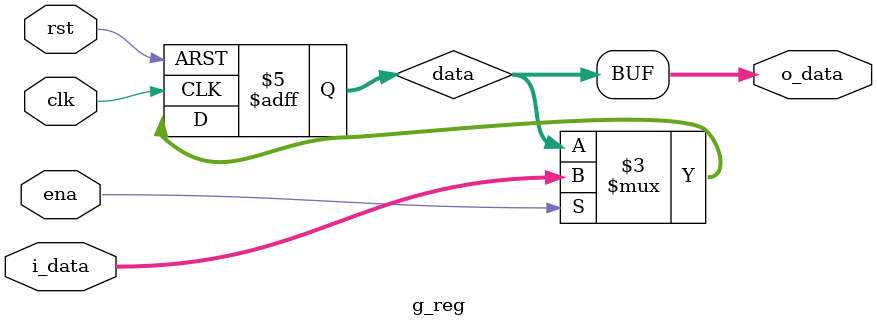
<source format=v>
module g_reg(
    input clk,
    input rst,
    input ena,//useful when pause pipeline
    input [31:0]i_data,

    output [31:0]o_data
);
reg [31:0]data=0;
always @(posedge clk or posedge rst)begin
    if(rst)begin
        data<=0;
    end else if(ena)begin
        data<=i_data;
    end
end

assign o_data=data;

endmodule // g_reg
</source>
